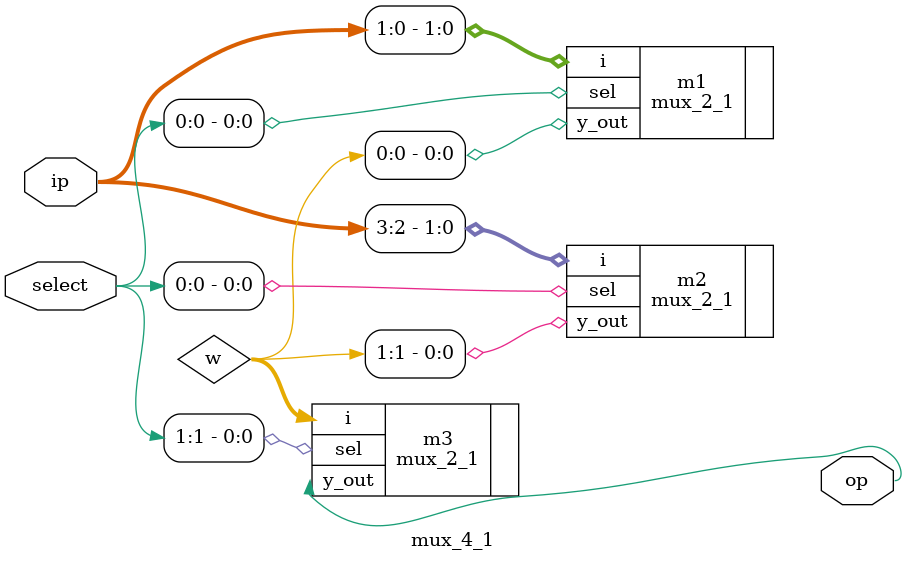
<source format=v>
`timescale 1ns / 1ps


module mux_4_1(input [3:0]ip,input [1:0] select,output op

    );
wire [1:0]w;   
mux_2_1 m1(.sel(select[0]),.i(ip[1:0]),.y_out(w[0]));
mux_2_1 m2(.sel(select[0]),.i(ip[3:2]),.y_out(w[1]));
mux_2_1 m3(.sel(select[1]),.i(w),.y_out(op));
endmodule

</source>
